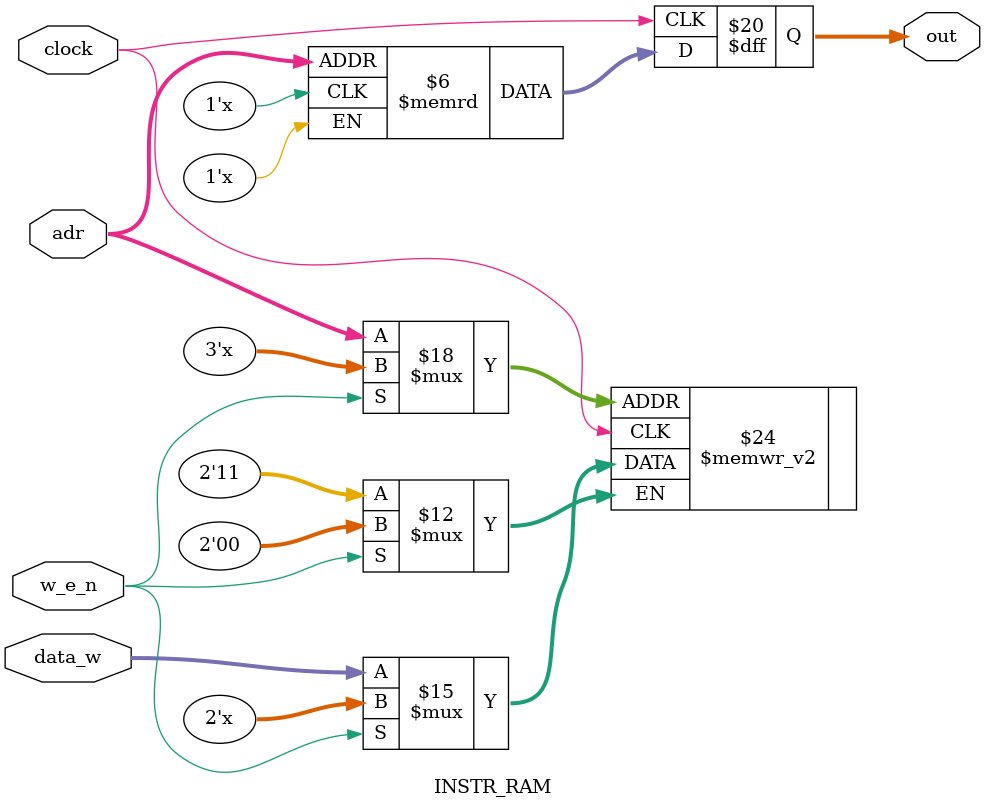
<source format=v>
`timescale 1ns / 1ps

module DATA_RAM(
        input             clock       ,
        input       [1:0] adr_r_a     , 
        input       [1:0] adr_r_b     , 
        input             w_e_n       ,
        input       [1:0] adr_w       ,
        input       [3:0] data_w      ,
        output reg  [3:0] out_a       ,
        output reg  [3:0] out_b      
    );
    
    reg [3:0] MEM[0:3];  
    
        
    always @(*)
        begin
        out_a <= MEM[adr_r_a];
        out_b <= MEM[adr_r_b];
        end
    always @(posedge clock)
        begin
        if(w_e_n == 0)
            begin 
            MEM[adr_w] <= data_w;
            end
        end
    
    
    
endmodule

module INSTR_RAM(
        input             clock       , 
        input             w_e_n       ,
        input       [2:0] adr         ,
        input       [1:0] data_w      ,
        output reg  [1:0] out      
    );
    
    reg [1:0] MEM[0:7];  
    
    always @(posedge clock)
        begin
        out <= MEM[adr];
        if(w_e_n == 0)
            begin 
            MEM[adr] <= data_w;
            end
        end
    
    
    
endmodule

</source>
